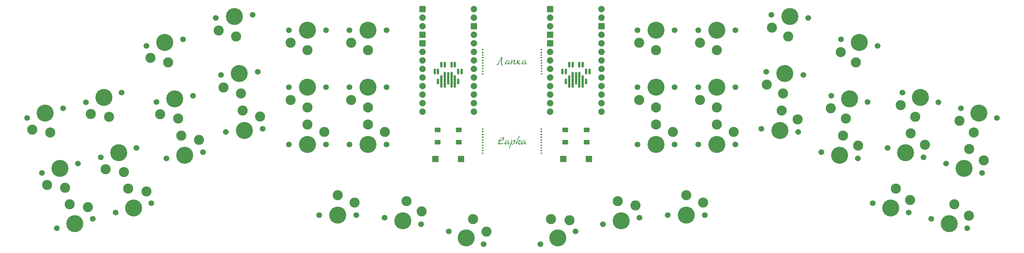
<source format=gbr>
%TF.GenerationSoftware,KiCad,Pcbnew,9.0.7*%
%TF.CreationDate,2026-02-05T22:02:29+07:00*%
%TF.ProjectId,Lapka42,4c61706b-6134-4322-9e6b-696361645f70,rev?*%
%TF.SameCoordinates,Original*%
%TF.FileFunction,Soldermask,Top*%
%TF.FilePolarity,Negative*%
%FSLAX46Y46*%
G04 Gerber Fmt 4.6, Leading zero omitted, Abs format (unit mm)*
G04 Created by KiCad (PCBNEW 9.0.7) date 2026-02-05 22:02:29*
%MOMM*%
%LPD*%
G01*
G04 APERTURE LIST*
G04 Aperture macros list*
%AMRoundRect*
0 Rectangle with rounded corners*
0 $1 Rounding radius*
0 $2 $3 $4 $5 $6 $7 $8 $9 X,Y pos of 4 corners*
0 Add a 4 corners polygon primitive as box body*
4,1,4,$2,$3,$4,$5,$6,$7,$8,$9,$2,$3,0*
0 Add four circle primitives for the rounded corners*
1,1,$1+$1,$2,$3*
1,1,$1+$1,$4,$5*
1,1,$1+$1,$6,$7*
1,1,$1+$1,$8,$9*
0 Add four rect primitives between the rounded corners*
20,1,$1+$1,$2,$3,$4,$5,0*
20,1,$1+$1,$4,$5,$6,$7,0*
20,1,$1+$1,$6,$7,$8,$9,0*
20,1,$1+$1,$8,$9,$2,$3,0*%
G04 Aperture macros list end*
%ADD10C,0.100000*%
%ADD11RoundRect,0.375000X-0.000010X-0.500000X0.000010X-0.500000X0.000010X0.500000X-0.000010X0.500000X0*%
%ADD12RoundRect,0.375000X-0.000010X-1.500000X0.000010X-1.500000X0.000010X1.500000X-0.000010X1.500000X0*%
%ADD13RoundRect,0.375000X-0.000010X-2.000000X0.000010X-2.000000X0.000010X2.000000X-0.000010X2.000000X0*%
%ADD14C,1.701800*%
%ADD15C,3.000000*%
%ADD16C,5.050000*%
%ADD17C,0.500000*%
%ADD18O,1.900000X1.900000*%
%ADD19RoundRect,0.250000X-0.700000X-0.700000X0.700000X-0.700000X0.700000X0.700000X-0.700000X0.700000X0*%
%ADD20RoundRect,0.210000X-0.640000X-0.490000X0.640000X-0.490000X0.640000X0.490000X-0.640000X0.490000X0*%
G04 APERTURE END LIST*
D10*
G36*
X215144752Y-156833949D02*
G01*
X215229653Y-156861836D01*
X215299140Y-156906263D01*
X215353404Y-156966773D01*
X215385845Y-157038452D01*
X215397143Y-157124860D01*
X215384026Y-157231828D01*
X215343722Y-157338174D01*
X215272604Y-157446487D01*
X215164400Y-157558618D01*
X215010628Y-157675628D01*
X214812226Y-157789323D01*
X214600861Y-157875174D01*
X214374581Y-157933622D01*
X214131049Y-157964139D01*
X214036273Y-158228702D01*
X213944203Y-158424294D01*
X213855654Y-158564275D01*
X213770791Y-158660232D01*
X214012133Y-158649699D01*
X214739519Y-158670765D01*
X214839062Y-158659905D01*
X214937540Y-158626804D01*
X215036885Y-158569251D01*
X215131223Y-158695189D01*
X215019330Y-158815936D01*
X214970924Y-158853332D01*
X214895071Y-158894552D01*
X214809393Y-158923138D01*
X214711584Y-158933020D01*
X214057471Y-158905085D01*
X213658823Y-158910545D01*
X213630809Y-158915465D01*
X213555648Y-158899600D01*
X213515613Y-158862452D01*
X213501360Y-158800061D01*
X213524848Y-158720589D01*
X213595852Y-158567572D01*
X213682440Y-158370210D01*
X213823150Y-157978183D01*
X213682961Y-157963646D01*
X213554567Y-157920783D01*
X213434957Y-157848735D01*
X213508382Y-157719439D01*
X213612706Y-157772536D01*
X213733898Y-157805640D01*
X213875662Y-157817288D01*
X213882243Y-157803244D01*
X214179897Y-157803244D01*
X214352792Y-157780295D01*
X214511218Y-157737444D01*
X214657102Y-157675248D01*
X214792031Y-157593501D01*
X214917292Y-157489331D01*
X214996756Y-157391420D01*
X215040374Y-157297778D01*
X215054287Y-157205307D01*
X215039465Y-157131108D01*
X214994753Y-157068837D01*
X214929020Y-157027062D01*
X214848054Y-157012814D01*
X214746158Y-157025406D01*
X214646626Y-157063827D01*
X214547009Y-157131197D01*
X214445664Y-157233243D01*
X214337298Y-157388339D01*
X214248226Y-157576459D01*
X214179897Y-157803244D01*
X213882243Y-157803244D01*
X213991000Y-157571157D01*
X214115550Y-157368545D01*
X214248510Y-157203837D01*
X214389794Y-157072348D01*
X214553156Y-156960213D01*
X214714706Y-156883569D01*
X214876349Y-156838792D01*
X215040396Y-156823983D01*
X215144752Y-156833949D01*
G37*
G36*
X216967472Y-158621763D02*
G01*
X217047919Y-158681145D01*
X216982331Y-158779204D01*
X216867790Y-158880661D01*
X216776846Y-158936103D01*
X216697974Y-158965855D01*
X216628279Y-158975000D01*
X216535366Y-158960503D01*
X216474337Y-158921652D01*
X216436326Y-158857635D01*
X216421894Y-158758081D01*
X216433711Y-158653260D01*
X216474406Y-158516892D01*
X216344958Y-158649699D01*
X216156682Y-158820067D01*
X216017978Y-158908596D01*
X215878731Y-158958980D01*
X215746868Y-158975000D01*
X215661417Y-158965726D01*
X215595921Y-158940242D01*
X215545673Y-158899895D01*
X215509122Y-158845924D01*
X215485962Y-158777831D01*
X215477590Y-158691678D01*
X215488581Y-158573842D01*
X215522174Y-158454987D01*
X215580354Y-158333324D01*
X215666420Y-158207314D01*
X215802314Y-158059023D01*
X215962370Y-157929197D01*
X216149105Y-157817288D01*
X216349138Y-157731940D01*
X216544225Y-157681474D01*
X216736662Y-157663415D01*
X216743684Y-157778820D01*
X216596833Y-157810266D01*
X216392100Y-157872870D01*
X216205814Y-157965852D01*
X216035380Y-158090230D01*
X215920178Y-158205377D01*
X215846220Y-158311803D01*
X215805363Y-158411774D01*
X215792358Y-158508190D01*
X215804981Y-158606643D01*
X215837341Y-158667832D01*
X215887145Y-158703388D01*
X215960275Y-158716255D01*
X216058720Y-158697375D01*
X216184587Y-158630953D01*
X216348469Y-158495978D01*
X216492871Y-158341582D01*
X216620979Y-158169453D01*
X216733151Y-157978183D01*
X216880155Y-158065653D01*
X216738410Y-158371455D01*
X216677481Y-158539917D01*
X216663237Y-158621763D01*
X216671609Y-158667060D01*
X216696362Y-158704043D01*
X216731157Y-158729624D01*
X216762918Y-158737168D01*
X216806577Y-158733657D01*
X216827643Y-158724956D01*
X216853899Y-158709233D01*
X216881834Y-158688167D01*
X216921981Y-158656721D01*
X216967472Y-158621763D01*
G37*
G36*
X217629522Y-158331420D02*
G01*
X217818040Y-158069290D01*
X217969750Y-157895065D01*
X218091141Y-157787674D01*
X218227454Y-157701107D01*
X218339789Y-157655984D01*
X218433845Y-157642502D01*
X218527937Y-157653258D01*
X218602227Y-157683270D01*
X218661296Y-157731651D01*
X218705385Y-157795167D01*
X218732318Y-157869390D01*
X218741743Y-157957270D01*
X218725211Y-158140278D01*
X218675767Y-158315873D01*
X218592044Y-158486759D01*
X218470634Y-158655041D01*
X218352696Y-158776304D01*
X218233962Y-158865501D01*
X218113443Y-158926802D01*
X217989580Y-158962928D01*
X217860332Y-158975000D01*
X217719688Y-158960503D01*
X217622500Y-158922487D01*
X217706459Y-158772125D01*
X217933757Y-158796550D01*
X218021096Y-158784418D01*
X218107554Y-158746943D01*
X218195656Y-158679951D01*
X218286994Y-158576273D01*
X218380741Y-158423269D01*
X218434055Y-158273943D01*
X218451400Y-158125034D01*
X218438310Y-158043932D01*
X218400719Y-157980015D01*
X218342982Y-157936795D01*
X218269591Y-157922160D01*
X218185018Y-157937674D01*
X218087824Y-157989723D01*
X217972480Y-158091500D01*
X217834076Y-158261505D01*
X217682758Y-158493579D01*
X217531055Y-158771964D01*
X217379479Y-159102616D01*
X217183230Y-159615569D01*
X217010519Y-160171179D01*
X216800623Y-160097753D01*
X216931751Y-159735663D01*
X217174773Y-159058958D01*
X217459656Y-158223716D01*
X217503585Y-158048098D01*
X217493114Y-157901095D01*
X217462589Y-157766573D01*
X217412604Y-157642502D01*
X217587543Y-157555033D01*
X217648801Y-157659302D01*
X217684233Y-157764141D01*
X217695926Y-157871632D01*
X217681756Y-158052308D01*
X217629522Y-158331420D01*
G37*
G36*
X220253148Y-158618252D02*
G01*
X220340465Y-158695189D01*
X220224012Y-158856293D01*
X220115268Y-158956462D01*
X220012013Y-159010460D01*
X219910293Y-159027512D01*
X219825767Y-159008945D01*
X219732037Y-158946295D01*
X219623460Y-158821127D01*
X219534352Y-158677401D01*
X219489498Y-158567009D01*
X219476609Y-158481782D01*
X219494240Y-158437426D01*
X219563890Y-158383062D01*
X219728484Y-158314017D01*
X219818659Y-158274305D01*
X219901439Y-158217847D01*
X219962467Y-158148397D01*
X219980207Y-158083208D01*
X219969875Y-158019561D01*
X219941739Y-157976504D01*
X219898731Y-157949173D01*
X219843889Y-157939715D01*
X219741819Y-157965724D01*
X219631483Y-158030563D01*
X219508744Y-158145835D01*
X219370553Y-158327803D01*
X219214684Y-158596458D01*
X219039414Y-158975000D01*
X218826007Y-158901574D01*
X218847488Y-158784208D01*
X218954970Y-158442326D01*
X219233435Y-157684481D01*
X219526762Y-156954126D01*
X219707857Y-156566182D01*
X219812443Y-156393811D01*
X219983718Y-156456703D01*
X219764520Y-156869484D01*
X219559123Y-157323262D01*
X219368362Y-157821125D01*
X219193287Y-158366377D01*
X219387417Y-158097436D01*
X219541084Y-157923651D01*
X219661928Y-157820799D01*
X219797444Y-157741762D01*
X219921123Y-157698110D01*
X220036230Y-157684329D01*
X220135438Y-157701645D01*
X220209337Y-157750885D01*
X220257431Y-157825317D01*
X220274062Y-157920481D01*
X220261232Y-158019454D01*
X220223381Y-158107632D01*
X220163064Y-158184988D01*
X220078210Y-158254483D01*
X219932279Y-158341245D01*
X219742376Y-158432933D01*
X219770691Y-158539997D01*
X219807323Y-158621088D01*
X219850911Y-158681297D01*
X219906357Y-158729064D01*
X219963984Y-158756155D01*
X220025697Y-158765103D01*
X220088521Y-158740895D01*
X220253148Y-158618252D01*
G37*
G36*
X221925601Y-158621763D02*
G01*
X222006049Y-158681145D01*
X221940461Y-158779204D01*
X221825920Y-158880661D01*
X221734976Y-158936103D01*
X221656103Y-158965855D01*
X221586409Y-158975000D01*
X221493496Y-158960503D01*
X221432467Y-158921652D01*
X221394456Y-158857635D01*
X221380024Y-158758081D01*
X221391841Y-158653260D01*
X221432536Y-158516892D01*
X221303087Y-158649699D01*
X221114812Y-158820067D01*
X220976107Y-158908596D01*
X220836861Y-158958980D01*
X220704998Y-158975000D01*
X220619546Y-158965726D01*
X220554051Y-158940242D01*
X220503803Y-158899895D01*
X220467252Y-158845924D01*
X220444092Y-158777831D01*
X220435720Y-158691678D01*
X220446711Y-158573842D01*
X220480304Y-158454987D01*
X220538484Y-158333324D01*
X220624550Y-158207314D01*
X220760443Y-158059023D01*
X220920500Y-157929197D01*
X221107235Y-157817288D01*
X221307268Y-157731940D01*
X221502355Y-157681474D01*
X221694792Y-157663415D01*
X221701814Y-157778820D01*
X221554963Y-157810266D01*
X221350230Y-157872870D01*
X221163944Y-157965852D01*
X220993510Y-158090230D01*
X220878308Y-158205377D01*
X220804350Y-158311803D01*
X220763493Y-158411774D01*
X220750488Y-158508190D01*
X220763111Y-158606643D01*
X220795471Y-158667832D01*
X220845275Y-158703388D01*
X220918405Y-158716255D01*
X221016850Y-158697375D01*
X221142717Y-158630953D01*
X221306598Y-158495978D01*
X221451001Y-158341582D01*
X221579109Y-158169453D01*
X221691281Y-157978183D01*
X221838285Y-158065653D01*
X221696540Y-158371455D01*
X221635611Y-158539917D01*
X221621366Y-158621763D01*
X221629739Y-158667060D01*
X221654492Y-158704043D01*
X221689286Y-158729624D01*
X221721048Y-158737168D01*
X221764706Y-158733657D01*
X221785772Y-158724956D01*
X221812028Y-158709233D01*
X221839964Y-158688167D01*
X221880111Y-158656721D01*
X221925601Y-158621763D01*
G37*
G36*
X214690610Y-134902211D02*
G01*
X214702050Y-135052272D01*
X214731604Y-135156013D01*
X214774416Y-135225680D01*
X214837206Y-135278886D01*
X214931745Y-135324521D01*
X215068270Y-135360319D01*
X215026291Y-135489767D01*
X214889973Y-135496789D01*
X214789506Y-135485648D01*
X214700837Y-135453186D01*
X214621191Y-135398975D01*
X214548949Y-135320171D01*
X214478419Y-135196125D01*
X214433798Y-135045024D01*
X214417821Y-134860232D01*
X214430280Y-134374914D01*
X214466000Y-133936685D01*
X214522693Y-133541625D01*
X214557650Y-133335240D01*
X214550143Y-133308391D01*
X214529715Y-133300283D01*
X214501123Y-133318009D01*
X214447584Y-133406945D01*
X214351265Y-133650008D01*
X214249904Y-133940352D01*
X214087697Y-134360584D01*
X213936738Y-134683941D01*
X213796834Y-134926635D01*
X213671770Y-135097798D01*
X213542590Y-135235079D01*
X213409077Y-135342551D01*
X213270490Y-135423364D01*
X213179662Y-135231023D01*
X213397897Y-135053568D01*
X213570144Y-134882442D01*
X213702495Y-134716892D01*
X213813985Y-134533600D01*
X213946473Y-134259863D01*
X214102900Y-133870437D01*
X214221816Y-133552158D01*
X214346249Y-133245847D01*
X214435223Y-133078175D01*
X214503750Y-132994253D01*
X214570383Y-132950274D01*
X214638098Y-132936514D01*
X214719224Y-132950530D01*
X214774165Y-132989076D01*
X214809635Y-133054970D01*
X214823417Y-133160454D01*
X214791971Y-133475222D01*
X214733054Y-134033112D01*
X214700594Y-134505562D01*
X214690610Y-134902211D01*
G37*
G36*
X217062513Y-134821763D02*
G01*
X217142961Y-134881145D01*
X217077372Y-134979204D01*
X216962831Y-135080661D01*
X216871887Y-135136103D01*
X216793015Y-135165855D01*
X216723321Y-135175000D01*
X216630408Y-135160503D01*
X216569378Y-135121652D01*
X216531367Y-135057635D01*
X216516936Y-134958081D01*
X216528752Y-134853260D01*
X216569448Y-134716892D01*
X216439999Y-134849699D01*
X216251724Y-135020067D01*
X216113019Y-135108596D01*
X215973773Y-135158980D01*
X215841909Y-135175000D01*
X215756562Y-135165729D01*
X215691112Y-135140249D01*
X215640867Y-135099895D01*
X215604229Y-135045912D01*
X215581020Y-134977819D01*
X215572632Y-134891678D01*
X215583623Y-134773842D01*
X215617216Y-134654987D01*
X215675396Y-134533324D01*
X215761462Y-134407314D01*
X215897355Y-134259023D01*
X216057411Y-134129197D01*
X216244147Y-134017288D01*
X216444179Y-133931940D01*
X216639267Y-133881474D01*
X216831704Y-133863415D01*
X216838726Y-133978820D01*
X216691875Y-134010266D01*
X216487142Y-134072870D01*
X216300856Y-134165852D01*
X216130421Y-134290230D01*
X216015219Y-134405377D01*
X215941262Y-134511803D01*
X215900405Y-134611774D01*
X215887400Y-134708190D01*
X215900023Y-134806643D01*
X215932382Y-134867832D01*
X215982187Y-134903388D01*
X216055317Y-134916255D01*
X216153762Y-134897375D01*
X216279629Y-134830953D01*
X216443510Y-134695978D01*
X216587913Y-134541582D01*
X216716021Y-134369453D01*
X216828193Y-134178183D01*
X216975196Y-134265653D01*
X216833452Y-134571455D01*
X216772523Y-134739917D01*
X216758278Y-134821763D01*
X216766651Y-134867060D01*
X216791404Y-134904043D01*
X216826198Y-134929624D01*
X216857960Y-134937168D01*
X216901618Y-134933657D01*
X216922684Y-134924956D01*
X216948940Y-134909233D01*
X216976875Y-134888167D01*
X217017023Y-134856721D01*
X217062513Y-134821763D01*
G37*
G36*
X218737256Y-134751849D02*
G01*
X218810834Y-134807719D01*
X218719256Y-134949504D01*
X218599106Y-135066617D01*
X218505198Y-135128732D01*
X218425359Y-135161534D01*
X218356084Y-135171489D01*
X218256850Y-135154950D01*
X218184656Y-135108596D01*
X218137722Y-135038313D01*
X218121764Y-134951212D01*
X218144430Y-134842684D01*
X218242359Y-134620721D01*
X218317321Y-134457595D01*
X218353382Y-134346188D01*
X218363106Y-134272675D01*
X218353418Y-134226751D01*
X218322806Y-134183526D01*
X218278595Y-134153261D01*
X218226636Y-134143226D01*
X218146996Y-134156687D01*
X218062572Y-134200078D01*
X217969859Y-134281758D01*
X217866377Y-134414336D01*
X217687776Y-134718925D01*
X217460629Y-135195913D01*
X217250885Y-135122487D01*
X217331855Y-134721079D01*
X217441395Y-134330377D01*
X217571201Y-133973717D01*
X217670525Y-133775946D01*
X217814018Y-133821436D01*
X217715623Y-134116502D01*
X217565653Y-134678271D01*
X217759170Y-134376159D01*
X217930534Y-134159885D01*
X218082404Y-134012414D01*
X218217796Y-133919204D01*
X218340261Y-133868673D01*
X218453934Y-133852882D01*
X218534465Y-133867973D01*
X218599106Y-133912417D01*
X218642489Y-133977324D01*
X218656808Y-134052246D01*
X218651318Y-134130287D01*
X218635742Y-134197418D01*
X218504614Y-134498294D01*
X218413028Y-134715421D01*
X218394553Y-134793828D01*
X218403773Y-134847937D01*
X218429510Y-134886488D01*
X218465472Y-134912245D01*
X218495913Y-134919613D01*
X218548426Y-134909233D01*
X218595595Y-134877786D01*
X218642764Y-134839318D01*
X218693597Y-134791996D01*
X218737256Y-134751849D01*
G37*
G36*
X220223626Y-134786806D02*
G01*
X220310943Y-134863743D01*
X220194498Y-135024763D01*
X220085757Y-135124888D01*
X219982498Y-135178867D01*
X219880770Y-135195913D01*
X219801248Y-135180277D01*
X219714713Y-135128615D01*
X219616683Y-135028148D01*
X219535277Y-134911509D01*
X219482557Y-134803727D01*
X219454109Y-134702848D01*
X219335040Y-134905722D01*
X219246585Y-135064104D01*
X219195211Y-135175000D01*
X218985468Y-135101574D01*
X219068320Y-134678495D01*
X219165444Y-134290230D01*
X219279089Y-133939665D01*
X219366639Y-133755033D01*
X219510132Y-133800523D01*
X219443080Y-134027352D01*
X219300236Y-134657357D01*
X219440277Y-134398410D01*
X219569395Y-134210065D01*
X219688429Y-134078502D01*
X219826005Y-133968025D01*
X219968875Y-133887871D01*
X220118602Y-133835480D01*
X220118602Y-134066290D01*
X220003947Y-134087888D01*
X219886853Y-134145770D01*
X219763780Y-134247661D01*
X219632406Y-134405482D01*
X219654667Y-134552808D01*
X219699894Y-134677380D01*
X219767045Y-134783295D01*
X219854916Y-134874150D01*
X219929804Y-134920032D01*
X219996175Y-134933657D01*
X220058999Y-134909448D01*
X220223626Y-134786806D01*
G37*
G36*
X222052394Y-134821763D02*
G01*
X222132842Y-134881145D01*
X222067254Y-134979204D01*
X221952713Y-135080661D01*
X221861769Y-135136103D01*
X221782897Y-135165855D01*
X221713202Y-135175000D01*
X221620289Y-135160503D01*
X221559260Y-135121652D01*
X221521249Y-135057635D01*
X221506817Y-134958081D01*
X221518634Y-134853260D01*
X221559329Y-134716892D01*
X221429881Y-134849699D01*
X221241605Y-135020067D01*
X221102900Y-135108596D01*
X220963654Y-135158980D01*
X220831791Y-135175000D01*
X220746443Y-135165729D01*
X220680993Y-135140249D01*
X220630748Y-135099895D01*
X220594110Y-135045912D01*
X220570901Y-134977819D01*
X220562513Y-134891678D01*
X220573504Y-134773842D01*
X220607097Y-134654987D01*
X220665277Y-134533324D01*
X220751343Y-134407314D01*
X220887236Y-134259023D01*
X221047293Y-134129197D01*
X221234028Y-134017288D01*
X221434061Y-133931940D01*
X221629148Y-133881474D01*
X221821585Y-133863415D01*
X221828607Y-133978820D01*
X221681756Y-134010266D01*
X221477023Y-134072870D01*
X221290737Y-134165852D01*
X221120303Y-134290230D01*
X221005101Y-134405377D01*
X220931143Y-134511803D01*
X220890286Y-134611774D01*
X220877281Y-134708190D01*
X220889904Y-134806643D01*
X220922264Y-134867832D01*
X220972068Y-134903388D01*
X221045198Y-134916255D01*
X221143643Y-134897375D01*
X221269510Y-134830953D01*
X221433392Y-134695978D01*
X221577794Y-134541582D01*
X221705902Y-134369453D01*
X221818074Y-134178183D01*
X221965078Y-134265653D01*
X221823333Y-134571455D01*
X221762404Y-134739917D01*
X221748159Y-134821763D01*
X221756532Y-134867060D01*
X221781285Y-134904043D01*
X221816080Y-134929624D01*
X221847841Y-134937168D01*
X221891500Y-134933657D01*
X221912565Y-134924956D01*
X221938822Y-134909233D01*
X221966757Y-134888167D01*
X222006904Y-134856721D01*
X222052394Y-134821763D01*
G37*
D11*
%TO.C,REF\u002A\u002A*%
X202750001Y-137300000D03*
X201750001Y-140300000D03*
X201750001Y-137300000D03*
D12*
X200750001Y-140300000D03*
D11*
X200750001Y-135300000D03*
D13*
X199750001Y-139800000D03*
D11*
X199750001Y-135300000D03*
D12*
X198750001Y-139300000D03*
D13*
X197750001Y-139800000D03*
D11*
X197750001Y-135300000D03*
D12*
X196750001Y-140300000D03*
D11*
X196750001Y-135300000D03*
X195750001Y-140300000D03*
X195750001Y-137300000D03*
X194750001Y-137300000D03*
%TD*%
D14*
%TO.C,SW29*%
X179922836Y-180736906D03*
D15*
X186372482Y-175832365D03*
D16*
X185339279Y-181691971D03*
D15*
X190914503Y-178867187D03*
D14*
X190755722Y-182647036D03*
%TD*%
%TO.C,SW6*%
X361488537Y-151069403D03*
D15*
X354635972Y-155393157D03*
D16*
X356175945Y-149645898D03*
D15*
X350375744Y-151974025D03*
D14*
X350863353Y-148222393D03*
%TD*%
%TO.C,SW16*%
X309398259Y-161229758D03*
D15*
X315847909Y-156325217D03*
D16*
X314814702Y-162184823D03*
D15*
X320389922Y-159360035D03*
D14*
X320231145Y-163139888D03*
%TD*%
%TO.C,SW25*%
X198922637Y-184835351D03*
D15*
X206125963Y-181125290D03*
D16*
X204090946Y-186716462D03*
D15*
X210071989Y-184902721D03*
D14*
X209259255Y-188597573D03*
%TD*%
%TO.C,SW41*%
X88948730Y-164643123D03*
D15*
X85176112Y-171813888D03*
D16*
X83636138Y-166066628D03*
D15*
X79777081Y-170982946D03*
D14*
X78323546Y-167490133D03*
%TD*%
%TO.C,SW33*%
X160500000Y-180000005D03*
D15*
X165999996Y-174050006D03*
D16*
X166000000Y-180000005D03*
D15*
X171000005Y-176250008D03*
D14*
X171500000Y-180000005D03*
%TD*%
%TO.C,SW22*%
X180500000Y-125000000D03*
D15*
X175000000Y-130950002D03*
D16*
X175000000Y-125000000D03*
D15*
X169999997Y-128750000D03*
D14*
X169500000Y-125000000D03*
%TD*%
D17*
%TO.C,REF\u002A\u002A*%
X226400000Y-134000000D03*
X226400000Y-133200000D03*
X226400000Y-132400000D03*
X226400000Y-131600000D03*
X226400000Y-130800000D03*
%TD*%
D14*
%TO.C,SW28*%
X151499999Y-158999996D03*
D15*
X156999995Y-153049997D03*
D16*
X156999999Y-158999996D03*
D15*
X162000005Y-155249998D03*
D14*
X162499999Y-158999996D03*
%TD*%
%TO.C,SW17*%
X324676832Y-176405122D03*
D15*
X331529397Y-172081368D03*
D16*
X329989424Y-177828627D03*
D15*
X335789625Y-175500500D03*
D14*
X335302016Y-179252132D03*
%TD*%
%TO.C,SW23*%
X180499993Y-142000005D03*
D15*
X174999993Y-147950007D03*
D16*
X174999993Y-142000005D03*
D15*
X169999990Y-145750005D03*
D14*
X169499993Y-142000005D03*
%TD*%
D18*
%TO.C,U1*%
X244269698Y-118759200D03*
X244269698Y-121299200D03*
D19*
X244269698Y-123839200D03*
D18*
X244269698Y-126379200D03*
X244269698Y-128919200D03*
X244269698Y-131459200D03*
X244269698Y-133999200D03*
X244269698Y-136539200D03*
X244269698Y-139079200D03*
X244269698Y-141619200D03*
X244269698Y-144159200D03*
X244269698Y-146699200D03*
X244269698Y-149239200D03*
X229029698Y-149239200D03*
X229029698Y-146699200D03*
X229029698Y-144159200D03*
X229029698Y-141619200D03*
X229029698Y-139079200D03*
X229029698Y-136539200D03*
X229029698Y-133999200D03*
X229029698Y-131459200D03*
D19*
X229029698Y-128919200D03*
X229029698Y-126379200D03*
D18*
X229029698Y-123839200D03*
X229029698Y-121299200D03*
D19*
X229029698Y-118759200D03*
%TD*%
D14*
%TO.C,SW21*%
X263912159Y-180000007D03*
D15*
X269412159Y-174050006D03*
D16*
X269412159Y-180000007D03*
D15*
X274412159Y-176250007D03*
D14*
X274912159Y-180000007D03*
%TD*%
D20*
%TO.C,SW44*%
X201900001Y-158269701D03*
X195600001Y-158269701D03*
X201900001Y-154669701D03*
X195600001Y-154669701D03*
%TD*%
D14*
%TO.C,SW15*%
X291639668Y-154337395D03*
D15*
X297637316Y-148889394D03*
D16*
X297118739Y-154816752D03*
D15*
X302426550Y-151516801D03*
D14*
X302597810Y-155296109D03*
%TD*%
%TO.C,SW38*%
X106335401Y-159984380D03*
D15*
X102562783Y-167155145D03*
D16*
X101022809Y-161407885D03*
D15*
X97163752Y-166324203D03*
D14*
X95710217Y-162831390D03*
%TD*%
%TO.C,SW30*%
X140809202Y-120466772D03*
D15*
X135848708Y-126873489D03*
D16*
X135330131Y-120946129D03*
D15*
X130675989Y-125117638D03*
D14*
X129851060Y-121425486D03*
%TD*%
%TO.C,SW27*%
X162500000Y-142000004D03*
D15*
X157000000Y-147950006D03*
D16*
X157000000Y-142000004D03*
D15*
X151999997Y-145750004D03*
D14*
X151500000Y-142000004D03*
%TD*%
D17*
%TO.C,REF\u002A\u002A*%
X209000000Y-161600000D03*
X209000000Y-160800000D03*
X209000000Y-160000000D03*
X209000000Y-159200000D03*
X209000000Y-158400000D03*
%TD*%
D14*
%TO.C,SW24*%
X169500001Y-159000005D03*
D15*
X174999997Y-153050006D03*
D16*
X175000001Y-159000005D03*
D15*
X180000007Y-155250007D03*
D14*
X180500001Y-159000005D03*
%TD*%
D17*
%TO.C,REF\u002A\u002A*%
X226387848Y-157600000D03*
X226387848Y-156800000D03*
X226387848Y-156000000D03*
X226387848Y-155200000D03*
X226387848Y-154400000D03*
%TD*%
D14*
%TO.C,SW7*%
X265912158Y-142000014D03*
D15*
X260412158Y-147950015D03*
D16*
X260412158Y-142000014D03*
D15*
X255412158Y-145750014D03*
D14*
X254912158Y-142000014D03*
%TD*%
D17*
%TO.C,REF\u002A\u002A*%
X209000000Y-157600000D03*
X209000000Y-156800000D03*
X209000000Y-156000000D03*
X209000000Y-155200000D03*
X209000000Y-154400000D03*
%TD*%
D14*
%TO.C,SW10*%
X323183162Y-146398146D03*
D15*
X316733512Y-151302687D03*
D16*
X317766719Y-145443081D03*
D15*
X312191499Y-148267869D03*
D14*
X312350276Y-144488016D03*
%TD*%
%TO.C,SW4*%
X326135186Y-129656415D03*
D15*
X319685536Y-134560956D03*
D16*
X320718743Y-128701350D03*
D15*
X315143523Y-131526138D03*
D14*
X315302300Y-127746285D03*
%TD*%
%TO.C,SW11*%
X329076760Y-159984391D03*
D15*
X335929325Y-155660637D03*
D16*
X334389352Y-161407896D03*
D15*
X340189553Y-159079769D03*
D14*
X339701944Y-162831401D03*
%TD*%
D18*
%TO.C,U2*%
X206357545Y-118759186D03*
X206357545Y-121299186D03*
D19*
X206357545Y-123839186D03*
D18*
X206357545Y-126379186D03*
X206357545Y-128919186D03*
X206357545Y-131459186D03*
X206357545Y-133999186D03*
X206357545Y-136539186D03*
X206357545Y-139079186D03*
X206357545Y-141619186D03*
X206357545Y-144159186D03*
X206357545Y-146699186D03*
X206357545Y-149239186D03*
X191117545Y-149239186D03*
X191117545Y-146699186D03*
X191117545Y-144159186D03*
X191117545Y-141619186D03*
X191117545Y-139079186D03*
X191117545Y-136539186D03*
X191117545Y-133999186D03*
X191117545Y-131459186D03*
D19*
X191117545Y-128919186D03*
X191117545Y-126379186D03*
D18*
X191117545Y-123839186D03*
X191117545Y-121299186D03*
D19*
X191117545Y-118759186D03*
%TD*%
D14*
%TO.C,SW13*%
X254912146Y-159000003D03*
D15*
X260412146Y-153050002D03*
D16*
X260412146Y-159000003D03*
D15*
X265412146Y-155250003D03*
D14*
X265912146Y-159000003D03*
%TD*%
%TO.C,SW19*%
X226152904Y-188597580D03*
D15*
X229286193Y-181125297D03*
D16*
X231321213Y-186716469D03*
D15*
X234737100Y-181482520D03*
D14*
X236489522Y-184835358D03*
%TD*%
%TO.C,SW40*%
X84548810Y-148222380D03*
D15*
X80776192Y-155393145D03*
D16*
X79236218Y-149645885D03*
D15*
X75377161Y-154562203D03*
D14*
X73923626Y-151069390D03*
%TD*%
D19*
%TO.C,B1*%
X240472152Y-163259856D03*
X232852152Y-163259856D03*
%TD*%
D14*
%TO.C,SW35*%
X123061878Y-144488016D03*
D15*
X118678642Y-151302689D03*
D16*
X117645435Y-145443081D03*
D15*
X113372574Y-150004351D03*
D14*
X112228992Y-146398146D03*
%TD*%
D19*
%TO.C,B2*%
X202560011Y-163259856D03*
X194940011Y-163259856D03*
%TD*%
D14*
%TO.C,SW1*%
X265912155Y-125000010D03*
D15*
X260412155Y-130950011D03*
D16*
X260412155Y-125000010D03*
D15*
X255412155Y-128750010D03*
D14*
X254912155Y-125000010D03*
%TD*%
D17*
%TO.C,REF\u002A\u002A*%
X209000000Y-138000000D03*
X209000000Y-137200000D03*
X209000000Y-136400000D03*
X209000000Y-135600000D03*
X209000000Y-134800000D03*
%TD*%
D14*
%TO.C,SW36*%
X115181013Y-163139877D03*
D15*
X119564249Y-156325209D03*
D16*
X120597456Y-162184812D03*
D15*
X124870319Y-157623543D03*
D14*
X126013899Y-161229747D03*
%TD*%
%TO.C,SW5*%
X344101867Y-146410661D03*
D15*
X337249302Y-150734415D03*
D16*
X338789275Y-144987156D03*
D15*
X332989074Y-147315283D03*
D14*
X333476683Y-143563651D03*
%TD*%
D17*
%TO.C,REF\u002A\u002A*%
X226412151Y-138000000D03*
X226412151Y-137200000D03*
X226412151Y-136400000D03*
X226412151Y-135600000D03*
X226412151Y-134800000D03*
%TD*%
D14*
%TO.C,SW2*%
X283912151Y-125000007D03*
D15*
X278412151Y-130950008D03*
D16*
X278412151Y-125000007D03*
D15*
X273412151Y-128750007D03*
D14*
X272912151Y-125000007D03*
%TD*%
%TO.C,SW3*%
X305561101Y-121425491D03*
D15*
X299563453Y-126873492D03*
D16*
X300082030Y-120946134D03*
D15*
X294774219Y-124246085D03*
D14*
X294602959Y-120466777D03*
%TD*%
D17*
%TO.C,REF\u002A\u002A*%
X209000000Y-134000000D03*
X209000000Y-133200000D03*
X209000000Y-132400000D03*
X209000000Y-131600000D03*
X209000000Y-130800000D03*
%TD*%
D14*
%TO.C,SW12*%
X346463424Y-164643128D03*
D15*
X353315989Y-160319374D03*
D16*
X351776016Y-166066633D03*
D15*
X357576217Y-163738506D03*
D14*
X357088608Y-167490138D03*
%TD*%
%TO.C,SW32*%
X132814349Y-155296104D03*
D15*
X137774843Y-148889392D03*
D16*
X138293420Y-154816747D03*
D15*
X142947564Y-150645240D03*
D14*
X143772491Y-154337390D03*
%TD*%
%TO.C,SW39*%
X100110140Y-179252128D03*
D15*
X103882759Y-172081364D03*
D16*
X105422732Y-177828623D03*
D15*
X109281790Y-172912306D03*
D14*
X110735324Y-176405118D03*
%TD*%
%TO.C,SW37*%
X101935475Y-143563640D03*
D15*
X98162857Y-150734405D03*
D16*
X96622883Y-144987145D03*
D15*
X92763826Y-149903463D03*
D14*
X91310291Y-146410650D03*
%TD*%
%TO.C,SW20*%
X244656434Y-182647041D03*
D15*
X249039670Y-175832369D03*
D16*
X250072877Y-181691976D03*
D15*
X254345735Y-177130706D03*
D14*
X255489320Y-180736911D03*
%TD*%
%TO.C,SW18*%
X342063494Y-181063869D03*
D15*
X348916059Y-176740115D03*
D16*
X347376086Y-182487374D03*
D15*
X353176287Y-180159247D03*
D14*
X352688678Y-183910879D03*
%TD*%
%TO.C,SW9*%
X304079460Y-138360798D03*
D15*
X298081812Y-143808799D03*
D16*
X298600389Y-137881441D03*
D15*
X293292578Y-141181392D03*
D14*
X293121318Y-137402084D03*
%TD*%
D17*
%TO.C,REF\u002A\u002A*%
X226400000Y-161600000D03*
X226400000Y-160800000D03*
X226400000Y-160000000D03*
X226400000Y-159200000D03*
X226400000Y-158400000D03*
%TD*%
D14*
%TO.C,SW26*%
X162499999Y-125000001D03*
D15*
X156999999Y-130950003D03*
D16*
X156999999Y-125000001D03*
D15*
X151999996Y-128750001D03*
D14*
X151499999Y-125000001D03*
%TD*%
%TO.C,SW31*%
X142290844Y-137402076D03*
D15*
X137330350Y-143808793D03*
D16*
X136811773Y-137881433D03*
D15*
X132157631Y-142052942D03*
D14*
X131332702Y-138360790D03*
%TD*%
%TO.C,SW14*%
X272912153Y-159000001D03*
D15*
X278412153Y-153050000D03*
D16*
X278412153Y-159000001D03*
D15*
X283412153Y-155250001D03*
D14*
X283912153Y-159000001D03*
%TD*%
D20*
%TO.C,SW43*%
X239812151Y-158269701D03*
X233512151Y-158269701D03*
X239812151Y-154669701D03*
X233512151Y-154669701D03*
%TD*%
D11*
%TO.C,REF\u002A\u002A*%
X240662151Y-137300010D03*
X239662151Y-140300010D03*
X239662151Y-137300010D03*
D12*
X238662151Y-140300010D03*
D11*
X238662151Y-135300010D03*
D13*
X237662151Y-139800010D03*
D11*
X237662151Y-135300010D03*
D12*
X236662151Y-139300010D03*
D13*
X235662151Y-139800010D03*
D11*
X235662151Y-135300010D03*
D12*
X234662151Y-140300010D03*
D11*
X234662151Y-135300010D03*
X233662151Y-140300010D03*
X233662151Y-137300010D03*
X232662151Y-137300010D03*
%TD*%
D14*
%TO.C,SW8*%
X283912154Y-142000006D03*
D15*
X278412154Y-147950007D03*
D16*
X278412154Y-142000006D03*
D15*
X273412154Y-145750006D03*
D14*
X272912154Y-142000006D03*
%TD*%
%TO.C,SW34*%
X120109858Y-127746283D03*
D15*
X115726622Y-134560956D03*
D16*
X114693415Y-128701348D03*
D15*
X110420554Y-133262618D03*
D14*
X109276972Y-129656413D03*
%TD*%
%TO.C,SW42*%
X82723467Y-183910874D03*
D15*
X86496086Y-176740110D03*
D16*
X88036059Y-182487369D03*
D15*
X91895117Y-177571052D03*
D14*
X93348651Y-181063864D03*
%TD*%
M02*

</source>
